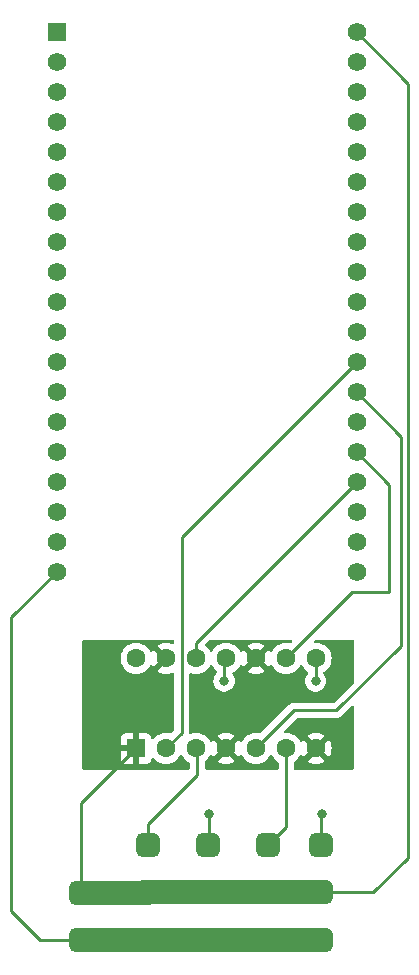
<source format=gbr>
%TF.GenerationSoftware,KiCad,Pcbnew,6.0.0-d3dd2cf0fa~116~ubuntu20.04.1*%
%TF.CreationDate,2022-12-05T21:16:52-06:00*%
%TF.ProjectId,esp32-led-driver-2,65737033-322d-46c6-9564-2d6472697665,rev?*%
%TF.SameCoordinates,Original*%
%TF.FileFunction,Copper,L1,Top*%
%TF.FilePolarity,Positive*%
%FSLAX46Y46*%
G04 Gerber Fmt 4.6, Leading zero omitted, Abs format (unit mm)*
G04 Created by KiCad (PCBNEW 6.0.0-d3dd2cf0fa~116~ubuntu20.04.1) date 2022-12-05 21:16:52*
%MOMM*%
%LPD*%
G01*
G04 APERTURE LIST*
G04 Aperture macros list*
%AMRoundRect*
0 Rectangle with rounded corners*
0 $1 Rounding radius*
0 $2 $3 $4 $5 $6 $7 $8 $9 X,Y pos of 4 corners*
0 Add a 4 corners polygon primitive as box body*
4,1,4,$2,$3,$4,$5,$6,$7,$8,$9,$2,$3,0*
0 Add four circle primitives for the rounded corners*
1,1,$1+$1,$2,$3*
1,1,$1+$1,$4,$5*
1,1,$1+$1,$6,$7*
1,1,$1+$1,$8,$9*
0 Add four rect primitives between the rounded corners*
20,1,$1+$1,$2,$3,$4,$5,0*
20,1,$1+$1,$4,$5,$6,$7,0*
20,1,$1+$1,$6,$7,$8,$9,0*
20,1,$1+$1,$8,$9,$2,$3,0*%
G04 Aperture macros list end*
%TA.AperFunction,ComponentPad*%
%ADD10C,1.560000*%
%TD*%
%TA.AperFunction,ComponentPad*%
%ADD11R,1.560000X1.560000*%
%TD*%
%TA.AperFunction,ComponentPad*%
%ADD12R,1.600000X1.600000*%
%TD*%
%TA.AperFunction,ComponentPad*%
%ADD13C,1.600000*%
%TD*%
%TA.AperFunction,SMDPad,CuDef*%
%ADD14RoundRect,0.500000X0.500000X-0.500000X0.500000X0.500000X-0.500000X0.500000X-0.500000X-0.500000X0*%
%TD*%
%TA.AperFunction,SMDPad,CuDef*%
%ADD15RoundRect,0.500000X-0.500000X0.500000X-0.500000X-0.500000X0.500000X-0.500000X0.500000X0.500000X0*%
%TD*%
%TA.AperFunction,ViaPad*%
%ADD16C,0.800000*%
%TD*%
%TA.AperFunction,Conductor*%
%ADD17C,0.250000*%
%TD*%
%TA.AperFunction,Conductor*%
%ADD18C,2.000000*%
%TD*%
G04 APERTURE END LIST*
D10*
%TO.P,ESP32 Dev Board,38,CLK*%
%TO.N,unconnected-(U1-Pad38)*%
X77216000Y-119305000D03*
%TO.P,ESP32 Dev Board,37,SD0*%
%TO.N,unconnected-(U1-Pad37)*%
X77216000Y-116765000D03*
%TO.P,ESP32 Dev Board,36,SD1*%
%TO.N,unconnected-(U1-Pad36)*%
X77216000Y-114225000D03*
%TO.P,ESP32 Dev Board,35,IO15*%
%TO.N,/IO15*%
X77216000Y-111685000D03*
%TO.P,ESP32 Dev Board,34,IO2*%
%TO.N,/IO2*%
X77216000Y-109145000D03*
%TO.P,ESP32 Dev Board,33,IO0*%
%TO.N,unconnected-(U1-Pad33)*%
X77216000Y-106605000D03*
%TO.P,ESP32 Dev Board,32,IO4*%
%TO.N,/IO4*%
X77216000Y-104065000D03*
%TO.P,ESP32 Dev Board,31,IO16*%
%TO.N,/IO16*%
X77216000Y-101525000D03*
%TO.P,ESP32 Dev Board,30,IO17*%
%TO.N,unconnected-(U1-Pad30)*%
X77216000Y-98985000D03*
%TO.P,ESP32 Dev Board,29,IO5*%
%TO.N,unconnected-(U1-Pad29)*%
X77216000Y-96445000D03*
%TO.P,ESP32 Dev Board,28,IO18*%
%TO.N,unconnected-(U1-Pad28)*%
X77216000Y-93905000D03*
%TO.P,ESP32 Dev Board,27,IO19*%
%TO.N,unconnected-(U1-Pad27)*%
X77216000Y-91365000D03*
%TO.P,ESP32 Dev Board,26,GND2*%
%TO.N,unconnected-(U1-Pad26)*%
X77216000Y-88825000D03*
%TO.P,ESP32 Dev Board,25,IO21*%
%TO.N,unconnected-(U1-Pad25)*%
X77216000Y-86285000D03*
%TO.P,ESP32 Dev Board,24,RXD0*%
%TO.N,unconnected-(U1-Pad24)*%
X77216000Y-83745000D03*
%TO.P,ESP32 Dev Board,23,TXD0*%
%TO.N,unconnected-(U1-Pad23)*%
X77216000Y-81205000D03*
%TO.P,ESP32 Dev Board,22,IO22*%
%TO.N,unconnected-(U1-Pad22)*%
X77216000Y-78665000D03*
%TO.P,ESP32 Dev Board,21,IO23*%
%TO.N,unconnected-(U1-Pad21)*%
X77216000Y-76125000D03*
%TO.P,ESP32 Dev Board,20,GND3*%
%TO.N,GND*%
X77216000Y-73585000D03*
%TO.P,ESP32 Dev Board,19,EXT_5V*%
%TO.N,VCC*%
X51816000Y-119305000D03*
%TO.P,ESP32 Dev Board,18,CMD*%
%TO.N,unconnected-(U1-Pad18)*%
X51816000Y-116765000D03*
%TO.P,ESP32 Dev Board,17,SD3*%
%TO.N,unconnected-(U1-Pad17)*%
X51816000Y-114225000D03*
%TO.P,ESP32 Dev Board,16,SD2*%
%TO.N,unconnected-(U1-Pad16)*%
X51816000Y-111685000D03*
%TO.P,ESP32 Dev Board,15,IO13*%
%TO.N,unconnected-(U1-Pad15)*%
X51816000Y-109145000D03*
%TO.P,ESP32 Dev Board,14,GND1*%
%TO.N,unconnected-(U1-Pad14)*%
X51816000Y-106605000D03*
%TO.P,ESP32 Dev Board,13,IO12*%
%TO.N,unconnected-(U1-Pad13)*%
X51816000Y-104065000D03*
%TO.P,ESP32 Dev Board,12,IO14*%
%TO.N,unconnected-(U1-Pad12)*%
X51816000Y-101525000D03*
%TO.P,ESP32 Dev Board,11,IO27*%
%TO.N,unconnected-(U1-Pad11)*%
X51816000Y-98985000D03*
%TO.P,ESP32 Dev Board,10,IO26*%
%TO.N,unconnected-(U1-Pad10)*%
X51816000Y-96445000D03*
%TO.P,ESP32 Dev Board,9,IO25*%
%TO.N,unconnected-(U1-Pad9)*%
X51816000Y-93905000D03*
%TO.P,ESP32 Dev Board,8,IO33*%
%TO.N,unconnected-(U1-Pad8)*%
X51816000Y-91365000D03*
%TO.P,ESP32 Dev Board,7,IO32*%
%TO.N,unconnected-(U1-Pad7)*%
X51816000Y-88825000D03*
%TO.P,ESP32 Dev Board,6,IO35*%
%TO.N,unconnected-(U1-Pad6)*%
X51816000Y-86285000D03*
%TO.P,ESP32 Dev Board,5,IO34*%
%TO.N,unconnected-(U1-Pad5)*%
X51816000Y-83745000D03*
%TO.P,ESP32 Dev Board,4,SENSOR_VN*%
%TO.N,unconnected-(U1-Pad4)*%
X51816000Y-81205000D03*
%TO.P,ESP32 Dev Board,3,SENSOR_VP*%
%TO.N,unconnected-(U1-Pad3)*%
X51816000Y-78665000D03*
%TO.P,ESP32 Dev Board,2,EN*%
%TO.N,unconnected-(U1-Pad2)*%
X51816000Y-76125000D03*
D11*
%TO.P,ESP32 Dev Board,1,3V3*%
%TO.N,unconnected-(U1-Pad1)*%
X51816000Y-73585000D03*
%TD*%
D12*
%TO.P,U2,1,1~{OE}*%
%TO.N,GND*%
X58550000Y-134210000D03*
D13*
%TO.P,U2,2,1A*%
%TO.N,/IO16*%
X61090000Y-134210000D03*
%TO.P,U2,3,1Y*%
%TO.N,/IO16_5v5*%
X63630000Y-134210000D03*
%TO.P,U2,4,2~{OE}*%
%TO.N,GND*%
X66170000Y-134210000D03*
%TO.P,U2,5,2A*%
%TO.N,/IO4*%
X68710000Y-134210000D03*
%TO.P,U2,6,2Y*%
%TO.N,/IO4_5v5*%
X71250000Y-134210000D03*
%TO.P,U2,7,GND*%
%TO.N,GND*%
X73790000Y-134210000D03*
%TO.P,U2,8,3Y*%
%TO.N,/IO2_5v5*%
X73790000Y-126590000D03*
%TO.P,U2,9,3A*%
%TO.N,/IO2*%
X71250000Y-126590000D03*
%TO.P,U2,10,3~{OE}*%
%TO.N,GND*%
X68710000Y-126590000D03*
%TO.P,U2,11,4Y*%
%TO.N,/IO15_5v5*%
X66170000Y-126590000D03*
%TO.P,U2,12,4A*%
%TO.N,/IO15*%
X63630000Y-126590000D03*
%TO.P,U2,13,4~{OE}*%
%TO.N,GND*%
X61090000Y-126590000D03*
%TO.P,U2,14,VCC*%
%TO.N,VCC*%
X58550000Y-126590000D03*
%TD*%
D14*
%TO.P,J5,3,Pin_3*%
%TO.N,/IO16_5v5*%
X59600000Y-142400000D03*
%TO.P,J5,2,Pin_2*%
%TO.N,GND*%
X59600000Y-146400000D03*
%TO.P,J5,1,Pin_1*%
%TO.N,VCC*%
X59600000Y-150400000D03*
%TD*%
%TO.P,J4,1,Pin_1*%
%TO.N,VCC*%
X69700000Y-150400000D03*
%TO.P,J4,2,Pin_2*%
%TO.N,GND*%
X69700000Y-146400000D03*
%TO.P,J4,3,Pin_3*%
%TO.N,/IO4_5v5*%
X69700000Y-142400000D03*
%TD*%
%TO.P,J3,3,Pin_3*%
%TO.N,/IO2_5v5*%
X74200000Y-142400000D03*
%TO.P,J3,2,Pin_2*%
%TO.N,GND*%
X74200000Y-146400000D03*
%TO.P,J3,1,Pin_1*%
%TO.N,VCC*%
X74200000Y-150400000D03*
%TD*%
%TO.P,J2,1,Pin_1*%
%TO.N,VCC*%
X64600000Y-150400000D03*
%TO.P,J2,2,Pin_2*%
%TO.N,GND*%
X64600000Y-146400000D03*
%TO.P,J2,3,Pin_3*%
%TO.N,/IO15_5v5*%
X64600000Y-142400000D03*
%TD*%
D15*
%TO.P,POWER,2*%
%TO.N,VCC*%
X53900000Y-150430000D03*
%TO.P,POWER,1*%
%TO.N,GND*%
X53900000Y-146430000D03*
%TD*%
D16*
%TO.N,/IO15_5v5*%
X64750000Y-139750000D03*
%TO.N,/IO2_5v5*%
X74250000Y-139750000D03*
X73750000Y-128500000D03*
%TO.N,/IO15_5v5*%
X66000000Y-128500000D03*
%TD*%
D17*
%TO.N,GND*%
X77216000Y-73585000D02*
X81549519Y-77918519D01*
X81549519Y-77918519D02*
X81549519Y-143450481D01*
X81549519Y-143450481D02*
X78600000Y-146400000D01*
X78600000Y-146400000D02*
X74200000Y-146400000D01*
D18*
%TO.N,VCC*%
X53900000Y-150430000D02*
X59570000Y-150430000D01*
D17*
%TO.N,GND*%
X58550000Y-134210000D02*
X53900000Y-138860000D01*
X53900000Y-138860000D02*
X53900000Y-146430000D01*
%TO.N,/IO2_5v5*%
X74250000Y-139750000D02*
X74200000Y-139800000D01*
X74200000Y-139800000D02*
X74200000Y-142400000D01*
%TO.N,/IO15_5v5*%
X64750000Y-139750000D02*
X64750000Y-142250000D01*
X64750000Y-142250000D02*
X64600000Y-142400000D01*
%TO.N,/IO16_5v5*%
X63750000Y-136500000D02*
X59600000Y-140650000D01*
X59600000Y-140650000D02*
X59600000Y-142400000D01*
%TO.N,/IO4_5v5*%
X71250000Y-134210000D02*
X71250000Y-140850000D01*
X71250000Y-140850000D02*
X69700000Y-142400000D01*
%TO.N,/IO16_5v5*%
X63750000Y-136500000D02*
X63750000Y-134330000D01*
X63750000Y-134330000D02*
X63630000Y-134210000D01*
%TO.N,/IO2_5v5*%
X73750000Y-128500000D02*
X73750000Y-126630000D01*
X73750000Y-126630000D02*
X73790000Y-126590000D01*
%TO.N,/IO15_5v5*%
X66000000Y-128500000D02*
X66000000Y-126760000D01*
X66000000Y-126760000D02*
X66170000Y-126590000D01*
%TO.N,/IO4*%
X68710000Y-134210000D02*
X71920000Y-131000000D01*
X71920000Y-131000000D02*
X75500000Y-131000000D01*
X75500000Y-131000000D02*
X81000000Y-125500000D01*
X81000000Y-125500000D02*
X81000000Y-107849000D01*
X81000000Y-107849000D02*
X77216000Y-104065000D01*
%TO.N,/IO2*%
X80000000Y-111929000D02*
X80000000Y-121000000D01*
X77216000Y-109145000D02*
X80000000Y-111929000D01*
X80000000Y-121000000D02*
X76840000Y-121000000D01*
X76840000Y-121000000D02*
X71250000Y-126590000D01*
%TO.N,/IO15*%
X77216000Y-111685000D02*
X63630000Y-125271000D01*
X63630000Y-125271000D02*
X63630000Y-126590000D01*
%TO.N,/IO16*%
X77216000Y-101525000D02*
X62405489Y-116335511D01*
X62405489Y-116335511D02*
X62405489Y-132894511D01*
X62405489Y-132894511D02*
X61090000Y-134210000D01*
%TO.N,VCC*%
X48000000Y-123121000D02*
X48000000Y-148000000D01*
X51816000Y-119305000D02*
X48000000Y-123121000D01*
X48000000Y-148000000D02*
X50430000Y-150430000D01*
X50430000Y-150430000D02*
X53900000Y-150430000D01*
D18*
%TO.N,GND*%
X53900000Y-146430000D02*
X59570000Y-146430000D01*
D17*
X59570000Y-146430000D02*
X59600000Y-146400000D01*
%TO.N,VCC*%
X59570000Y-150430000D02*
X59600000Y-150400000D01*
D18*
X64600000Y-150400000D02*
X59600000Y-150400000D01*
X69700000Y-150400000D02*
X64600000Y-150400000D01*
X74200000Y-150400000D02*
X69700000Y-150400000D01*
%TO.N,GND*%
X69700000Y-146400000D02*
X74200000Y-146400000D01*
X64600000Y-146400000D02*
X69700000Y-146400000D01*
X59600000Y-146400000D02*
X64600000Y-146400000D01*
%TD*%
%TA.AperFunction,Conductor*%
%TO.N,GND*%
G36*
X71708027Y-125020002D02*
G01*
X71754520Y-125073658D01*
X71764624Y-125143932D01*
X71735130Y-125208512D01*
X71729001Y-125215095D01*
X71663248Y-125280848D01*
X71600936Y-125314874D01*
X71541541Y-125313459D01*
X71483409Y-125297882D01*
X71483398Y-125297880D01*
X71478087Y-125296457D01*
X71250000Y-125276502D01*
X71021913Y-125296457D01*
X71016600Y-125297881D01*
X71016598Y-125297881D01*
X70806067Y-125354293D01*
X70806065Y-125354294D01*
X70800757Y-125355716D01*
X70795776Y-125358039D01*
X70795775Y-125358039D01*
X70598238Y-125450151D01*
X70598233Y-125450154D01*
X70593251Y-125452477D01*
X70536080Y-125492509D01*
X70410211Y-125580643D01*
X70410208Y-125580645D01*
X70405700Y-125583802D01*
X70243802Y-125745700D01*
X70112477Y-125933251D01*
X70110154Y-125938233D01*
X70110151Y-125938238D01*
X70093919Y-125973049D01*
X70047002Y-126026334D01*
X69978725Y-126045795D01*
X69910765Y-126025253D01*
X69865529Y-125973049D01*
X69849414Y-125938489D01*
X69843931Y-125928994D01*
X69807491Y-125876952D01*
X69797012Y-125868576D01*
X69783566Y-125875644D01*
X69082022Y-126577188D01*
X69074408Y-126591132D01*
X69074539Y-126592965D01*
X69078790Y-126599580D01*
X69784287Y-127305077D01*
X69796062Y-127311507D01*
X69808077Y-127302211D01*
X69843931Y-127251006D01*
X69849414Y-127241511D01*
X69865529Y-127206951D01*
X69912446Y-127153666D01*
X69980723Y-127134205D01*
X70048683Y-127154747D01*
X70093919Y-127206951D01*
X70110151Y-127241762D01*
X70110154Y-127241767D01*
X70112477Y-127246749D01*
X70243802Y-127434300D01*
X70405700Y-127596198D01*
X70410208Y-127599355D01*
X70410211Y-127599357D01*
X70484198Y-127651163D01*
X70593251Y-127727523D01*
X70598233Y-127729846D01*
X70598238Y-127729849D01*
X70794765Y-127821490D01*
X70800757Y-127824284D01*
X70806065Y-127825706D01*
X70806067Y-127825707D01*
X71016598Y-127882119D01*
X71016600Y-127882119D01*
X71021913Y-127883543D01*
X71250000Y-127903498D01*
X71478087Y-127883543D01*
X71483400Y-127882119D01*
X71483402Y-127882119D01*
X71693933Y-127825707D01*
X71693935Y-127825706D01*
X71699243Y-127824284D01*
X71705235Y-127821490D01*
X71901762Y-127729849D01*
X71901767Y-127729846D01*
X71906749Y-127727523D01*
X72015802Y-127651163D01*
X72089789Y-127599357D01*
X72089792Y-127599355D01*
X72094300Y-127596198D01*
X72256198Y-127434300D01*
X72387523Y-127246749D01*
X72389846Y-127241767D01*
X72389849Y-127241762D01*
X72405805Y-127207543D01*
X72452722Y-127154258D01*
X72520999Y-127134797D01*
X72588959Y-127155339D01*
X72634195Y-127207543D01*
X72650151Y-127241762D01*
X72650154Y-127241767D01*
X72652477Y-127246749D01*
X72783802Y-127434300D01*
X72945700Y-127596198D01*
X72950208Y-127599355D01*
X72950211Y-127599357D01*
X73004457Y-127637341D01*
X73062772Y-127678173D01*
X73107099Y-127733629D01*
X73116500Y-127781385D01*
X73116500Y-127797476D01*
X73096498Y-127865597D01*
X73084142Y-127881779D01*
X73010960Y-127963056D01*
X72915473Y-128128444D01*
X72856458Y-128310072D01*
X72836496Y-128500000D01*
X72837186Y-128506565D01*
X72851316Y-128641000D01*
X72856458Y-128689928D01*
X72915473Y-128871556D01*
X73010960Y-129036944D01*
X73138747Y-129178866D01*
X73293248Y-129291118D01*
X73299276Y-129293802D01*
X73299278Y-129293803D01*
X73461681Y-129366109D01*
X73467712Y-129368794D01*
X73561113Y-129388647D01*
X73648056Y-129407128D01*
X73648061Y-129407128D01*
X73654513Y-129408500D01*
X73845487Y-129408500D01*
X73851939Y-129407128D01*
X73851944Y-129407128D01*
X73938887Y-129388647D01*
X74032288Y-129368794D01*
X74038319Y-129366109D01*
X74200722Y-129293803D01*
X74200724Y-129293802D01*
X74206752Y-129291118D01*
X74361253Y-129178866D01*
X74489040Y-129036944D01*
X74584527Y-128871556D01*
X74643542Y-128689928D01*
X74648685Y-128641000D01*
X74662814Y-128506565D01*
X74663504Y-128500000D01*
X74643542Y-128310072D01*
X74584527Y-128128444D01*
X74489040Y-127963056D01*
X74437912Y-127906272D01*
X74407195Y-127842265D01*
X74415960Y-127771812D01*
X74459278Y-127718750D01*
X74629789Y-127599357D01*
X74629792Y-127599355D01*
X74634300Y-127596198D01*
X74796198Y-127434300D01*
X74927523Y-127246749D01*
X74929846Y-127241767D01*
X74929849Y-127241762D01*
X75021961Y-127044225D01*
X75021961Y-127044224D01*
X75024284Y-127039243D01*
X75044976Y-126962022D01*
X75082119Y-126823402D01*
X75082119Y-126823400D01*
X75083543Y-126818087D01*
X75103498Y-126590000D01*
X75083543Y-126361913D01*
X75046981Y-126225461D01*
X75025707Y-126146067D01*
X75025706Y-126146065D01*
X75024284Y-126140757D01*
X74929966Y-125938489D01*
X74929849Y-125938238D01*
X74929846Y-125938233D01*
X74927523Y-125933251D01*
X74796198Y-125745700D01*
X74634300Y-125583802D01*
X74629792Y-125580645D01*
X74629789Y-125580643D01*
X74503920Y-125492509D01*
X74446749Y-125452477D01*
X74441767Y-125450154D01*
X74441762Y-125450151D01*
X74244225Y-125358039D01*
X74244224Y-125358039D01*
X74239243Y-125355716D01*
X74233935Y-125354294D01*
X74233933Y-125354293D01*
X74023402Y-125297881D01*
X74023400Y-125297881D01*
X74018087Y-125296457D01*
X73790000Y-125276502D01*
X73784525Y-125276981D01*
X73784514Y-125276981D01*
X73772570Y-125278026D01*
X73702965Y-125264038D01*
X73651973Y-125214639D01*
X73635782Y-125145513D01*
X73659534Y-125078607D01*
X73672493Y-125063411D01*
X73698999Y-125036905D01*
X73761311Y-125002879D01*
X73788094Y-125000000D01*
X76874000Y-125000000D01*
X76942121Y-125020002D01*
X76988614Y-125073658D01*
X77000000Y-125126000D01*
X77000000Y-128551905D01*
X76979998Y-128620026D01*
X76963095Y-128641000D01*
X75274500Y-130329595D01*
X75212188Y-130363621D01*
X75185405Y-130366500D01*
X71998768Y-130366500D01*
X71987585Y-130365973D01*
X71980092Y-130364298D01*
X71972166Y-130364547D01*
X71972165Y-130364547D01*
X71912002Y-130366438D01*
X71908044Y-130366500D01*
X71880144Y-130366500D01*
X71876154Y-130367004D01*
X71864320Y-130367936D01*
X71820111Y-130369326D01*
X71812495Y-130371539D01*
X71812493Y-130371539D01*
X71800652Y-130374979D01*
X71781293Y-130378988D01*
X71779983Y-130379154D01*
X71761203Y-130381526D01*
X71753837Y-130384442D01*
X71753831Y-130384444D01*
X71720098Y-130397800D01*
X71708868Y-130401645D01*
X71674017Y-130411770D01*
X71666407Y-130413981D01*
X71659584Y-130418016D01*
X71648966Y-130424295D01*
X71631213Y-130432992D01*
X71623568Y-130436019D01*
X71612383Y-130440448D01*
X71605968Y-130445109D01*
X71576612Y-130466437D01*
X71566695Y-130472951D01*
X71528638Y-130495458D01*
X71514317Y-130509779D01*
X71499284Y-130522619D01*
X71482893Y-130534528D01*
X71477842Y-130540634D01*
X71454702Y-130568605D01*
X71446712Y-130577384D01*
X69123248Y-132900848D01*
X69060936Y-132934874D01*
X69001541Y-132933459D01*
X68943409Y-132917882D01*
X68943398Y-132917880D01*
X68938087Y-132916457D01*
X68710000Y-132896502D01*
X68481913Y-132916457D01*
X68476600Y-132917881D01*
X68476598Y-132917881D01*
X68266067Y-132974293D01*
X68266065Y-132974294D01*
X68260757Y-132975716D01*
X68255776Y-132978039D01*
X68255775Y-132978039D01*
X68058238Y-133070151D01*
X68058233Y-133070154D01*
X68053251Y-133072477D01*
X67996080Y-133112509D01*
X67870211Y-133200643D01*
X67870208Y-133200645D01*
X67865700Y-133203802D01*
X67703802Y-133365700D01*
X67700645Y-133370208D01*
X67700643Y-133370211D01*
X67645902Y-133448389D01*
X67572477Y-133553251D01*
X67570154Y-133558233D01*
X67570151Y-133558238D01*
X67553919Y-133593049D01*
X67507002Y-133646334D01*
X67438725Y-133665795D01*
X67370765Y-133645253D01*
X67325529Y-133593049D01*
X67309414Y-133558489D01*
X67303931Y-133548994D01*
X67267491Y-133496952D01*
X67257012Y-133488576D01*
X67243566Y-133495644D01*
X66542022Y-134197188D01*
X66534408Y-134211132D01*
X66534539Y-134212965D01*
X66538790Y-134219580D01*
X67244287Y-134925077D01*
X67256062Y-134931507D01*
X67268077Y-134922211D01*
X67303931Y-134871006D01*
X67309414Y-134861511D01*
X67325529Y-134826951D01*
X67372446Y-134773666D01*
X67440723Y-134754205D01*
X67508683Y-134774747D01*
X67553919Y-134826951D01*
X67570151Y-134861762D01*
X67570154Y-134861767D01*
X67572477Y-134866749D01*
X67575634Y-134871257D01*
X67699559Y-135048240D01*
X67703802Y-135054300D01*
X67865700Y-135216198D01*
X67870208Y-135219355D01*
X67870211Y-135219357D01*
X67902769Y-135242154D01*
X68053251Y-135347523D01*
X68058233Y-135349846D01*
X68058238Y-135349849D01*
X68224364Y-135427314D01*
X68260757Y-135444284D01*
X68266065Y-135445706D01*
X68266067Y-135445707D01*
X68476598Y-135502119D01*
X68476600Y-135502119D01*
X68481913Y-135503543D01*
X68710000Y-135523498D01*
X68938087Y-135503543D01*
X68943400Y-135502119D01*
X68943402Y-135502119D01*
X69153933Y-135445707D01*
X69153935Y-135445706D01*
X69159243Y-135444284D01*
X69195636Y-135427314D01*
X69361762Y-135349849D01*
X69361767Y-135349846D01*
X69366749Y-135347523D01*
X69517231Y-135242154D01*
X69549789Y-135219357D01*
X69549792Y-135219355D01*
X69554300Y-135216198D01*
X69716198Y-135054300D01*
X69720442Y-135048240D01*
X69844366Y-134871257D01*
X69847523Y-134866749D01*
X69849846Y-134861767D01*
X69849849Y-134861762D01*
X69865805Y-134827543D01*
X69912722Y-134774258D01*
X69980999Y-134754797D01*
X70048959Y-134775339D01*
X70094195Y-134827543D01*
X70110151Y-134861762D01*
X70110154Y-134861767D01*
X70112477Y-134866749D01*
X70115634Y-134871257D01*
X70239559Y-135048240D01*
X70243802Y-135054300D01*
X70405700Y-135216198D01*
X70410208Y-135219355D01*
X70410211Y-135219357D01*
X70562771Y-135326181D01*
X70607099Y-135381638D01*
X70616500Y-135429394D01*
X70616500Y-135874000D01*
X70596498Y-135942121D01*
X70542842Y-135988614D01*
X70490500Y-136000000D01*
X64509500Y-136000000D01*
X64441379Y-135979998D01*
X64394886Y-135926342D01*
X64383500Y-135874000D01*
X64383500Y-135345368D01*
X64397977Y-135296062D01*
X65448493Y-135296062D01*
X65457789Y-135308077D01*
X65508994Y-135343931D01*
X65518489Y-135349414D01*
X65715947Y-135441490D01*
X65726239Y-135445236D01*
X65936688Y-135501625D01*
X65947481Y-135503528D01*
X66164525Y-135522517D01*
X66175475Y-135522517D01*
X66392519Y-135503528D01*
X66403312Y-135501625D01*
X66613761Y-135445236D01*
X66624053Y-135441490D01*
X66821511Y-135349414D01*
X66831006Y-135343931D01*
X66883048Y-135307491D01*
X66891424Y-135297012D01*
X66884356Y-135283566D01*
X66182812Y-134582022D01*
X66168868Y-134574408D01*
X66167035Y-134574539D01*
X66160420Y-134578790D01*
X65454923Y-135284287D01*
X65448493Y-135296062D01*
X64397977Y-135296062D01*
X64403502Y-135277247D01*
X64437228Y-135242156D01*
X64474300Y-135216198D01*
X64636198Y-135054300D01*
X64640442Y-135048240D01*
X64764366Y-134871257D01*
X64767523Y-134866749D01*
X64769846Y-134861767D01*
X64769849Y-134861762D01*
X64786081Y-134826951D01*
X64832998Y-134773666D01*
X64901275Y-134754205D01*
X64969235Y-134774747D01*
X65014471Y-134826951D01*
X65030586Y-134861511D01*
X65036069Y-134871006D01*
X65072509Y-134923048D01*
X65082988Y-134931424D01*
X65096434Y-134924356D01*
X65797978Y-134222812D01*
X65805592Y-134208868D01*
X65805461Y-134207035D01*
X65801210Y-134200420D01*
X65095713Y-133494923D01*
X65083938Y-133488493D01*
X65071923Y-133497789D01*
X65036069Y-133548994D01*
X65030586Y-133558489D01*
X65014471Y-133593049D01*
X64967554Y-133646334D01*
X64899277Y-133665795D01*
X64831317Y-133645253D01*
X64786081Y-133593049D01*
X64769849Y-133558238D01*
X64769846Y-133558233D01*
X64767523Y-133553251D01*
X64694098Y-133448389D01*
X64639357Y-133370211D01*
X64639355Y-133370208D01*
X64636198Y-133365700D01*
X64474300Y-133203802D01*
X64469792Y-133200645D01*
X64469789Y-133200643D01*
X64358886Y-133122988D01*
X65448576Y-133122988D01*
X65455644Y-133136434D01*
X66157188Y-133837978D01*
X66171132Y-133845592D01*
X66172965Y-133845461D01*
X66179580Y-133841210D01*
X66885077Y-133135713D01*
X66891507Y-133123938D01*
X66882211Y-133111923D01*
X66831006Y-133076069D01*
X66821511Y-133070586D01*
X66624053Y-132978510D01*
X66613761Y-132974764D01*
X66403312Y-132918375D01*
X66392519Y-132916472D01*
X66175475Y-132897483D01*
X66164525Y-132897483D01*
X65947481Y-132916472D01*
X65936688Y-132918375D01*
X65726239Y-132974764D01*
X65715947Y-132978510D01*
X65518489Y-133070586D01*
X65508994Y-133076069D01*
X65456952Y-133112509D01*
X65448576Y-133122988D01*
X64358886Y-133122988D01*
X64343920Y-133112509D01*
X64286749Y-133072477D01*
X64281767Y-133070154D01*
X64281762Y-133070151D01*
X64084225Y-132978039D01*
X64084224Y-132978039D01*
X64079243Y-132975716D01*
X64073935Y-132974294D01*
X64073933Y-132974293D01*
X63863402Y-132917881D01*
X63863400Y-132917881D01*
X63858087Y-132916457D01*
X63630000Y-132896502D01*
X63401913Y-132916457D01*
X63396600Y-132917881D01*
X63396598Y-132917881D01*
X63197600Y-132971203D01*
X63126624Y-132969513D01*
X63067828Y-132929719D01*
X63039880Y-132864455D01*
X63038989Y-132849496D01*
X63038989Y-127950504D01*
X63058991Y-127882383D01*
X63112647Y-127835890D01*
X63182921Y-127825786D01*
X63197600Y-127828797D01*
X63396598Y-127882119D01*
X63396600Y-127882119D01*
X63401913Y-127883543D01*
X63630000Y-127903498D01*
X63858087Y-127883543D01*
X63863400Y-127882119D01*
X63863402Y-127882119D01*
X64073933Y-127825707D01*
X64073935Y-127825706D01*
X64079243Y-127824284D01*
X64085235Y-127821490D01*
X64281762Y-127729849D01*
X64281767Y-127729846D01*
X64286749Y-127727523D01*
X64395802Y-127651163D01*
X64469789Y-127599357D01*
X64469792Y-127599355D01*
X64474300Y-127596198D01*
X64636198Y-127434300D01*
X64767523Y-127246749D01*
X64769846Y-127241767D01*
X64769849Y-127241762D01*
X64785805Y-127207543D01*
X64832722Y-127154258D01*
X64900999Y-127134797D01*
X64968959Y-127155339D01*
X65014195Y-127207543D01*
X65030151Y-127241762D01*
X65030154Y-127241767D01*
X65032477Y-127246749D01*
X65163802Y-127434300D01*
X65325700Y-127596198D01*
X65324836Y-127597062D01*
X65360822Y-127651163D01*
X65366500Y-127688562D01*
X65366500Y-127797476D01*
X65346498Y-127865597D01*
X65334142Y-127881779D01*
X65260960Y-127963056D01*
X65165473Y-128128444D01*
X65106458Y-128310072D01*
X65086496Y-128500000D01*
X65087186Y-128506565D01*
X65101316Y-128641000D01*
X65106458Y-128689928D01*
X65165473Y-128871556D01*
X65260960Y-129036944D01*
X65388747Y-129178866D01*
X65543248Y-129291118D01*
X65549276Y-129293802D01*
X65549278Y-129293803D01*
X65711681Y-129366109D01*
X65717712Y-129368794D01*
X65811113Y-129388647D01*
X65898056Y-129407128D01*
X65898061Y-129407128D01*
X65904513Y-129408500D01*
X66095487Y-129408500D01*
X66101939Y-129407128D01*
X66101944Y-129407128D01*
X66188887Y-129388647D01*
X66282288Y-129368794D01*
X66288319Y-129366109D01*
X66450722Y-129293803D01*
X66450724Y-129293802D01*
X66456752Y-129291118D01*
X66611253Y-129178866D01*
X66739040Y-129036944D01*
X66834527Y-128871556D01*
X66893542Y-128689928D01*
X66898685Y-128641000D01*
X66912814Y-128506565D01*
X66913504Y-128500000D01*
X66893542Y-128310072D01*
X66834527Y-128128444D01*
X66739040Y-127963056D01*
X66729553Y-127952519D01*
X66698835Y-127888515D01*
X66707597Y-127818061D01*
X66753059Y-127763529D01*
X66769939Y-127754014D01*
X66821758Y-127729851D01*
X66821764Y-127729848D01*
X66826749Y-127727523D01*
X66900243Y-127676062D01*
X67988493Y-127676062D01*
X67997789Y-127688077D01*
X68048994Y-127723931D01*
X68058489Y-127729414D01*
X68255947Y-127821490D01*
X68266239Y-127825236D01*
X68476688Y-127881625D01*
X68487481Y-127883528D01*
X68704525Y-127902517D01*
X68715475Y-127902517D01*
X68932519Y-127883528D01*
X68943312Y-127881625D01*
X69153761Y-127825236D01*
X69164053Y-127821490D01*
X69361511Y-127729414D01*
X69371006Y-127723931D01*
X69423048Y-127687491D01*
X69431424Y-127677012D01*
X69424356Y-127663566D01*
X68722812Y-126962022D01*
X68708868Y-126954408D01*
X68707035Y-126954539D01*
X68700420Y-126958790D01*
X67994923Y-127664287D01*
X67988493Y-127676062D01*
X66900243Y-127676062D01*
X66935802Y-127651163D01*
X67009789Y-127599357D01*
X67009792Y-127599355D01*
X67014300Y-127596198D01*
X67176198Y-127434300D01*
X67307523Y-127246749D01*
X67309846Y-127241767D01*
X67309849Y-127241762D01*
X67326081Y-127206951D01*
X67372998Y-127153666D01*
X67441275Y-127134205D01*
X67509235Y-127154747D01*
X67554471Y-127206951D01*
X67570586Y-127241511D01*
X67576069Y-127251006D01*
X67612509Y-127303048D01*
X67622988Y-127311424D01*
X67636434Y-127304356D01*
X68337978Y-126602812D01*
X68345592Y-126588868D01*
X68345461Y-126587035D01*
X68341210Y-126580420D01*
X67635713Y-125874923D01*
X67623938Y-125868493D01*
X67611923Y-125877789D01*
X67576069Y-125928994D01*
X67570586Y-125938489D01*
X67554471Y-125973049D01*
X67507554Y-126026334D01*
X67439277Y-126045795D01*
X67371317Y-126025253D01*
X67326081Y-125973049D01*
X67309849Y-125938238D01*
X67309846Y-125938233D01*
X67307523Y-125933251D01*
X67176198Y-125745700D01*
X67014300Y-125583802D01*
X67009792Y-125580645D01*
X67009789Y-125580643D01*
X66898886Y-125502988D01*
X67988576Y-125502988D01*
X67995644Y-125516434D01*
X68697188Y-126217978D01*
X68711132Y-126225592D01*
X68712965Y-126225461D01*
X68719580Y-126221210D01*
X69425077Y-125515713D01*
X69431507Y-125503938D01*
X69422211Y-125491923D01*
X69371006Y-125456069D01*
X69361511Y-125450586D01*
X69164053Y-125358510D01*
X69153761Y-125354764D01*
X68943312Y-125298375D01*
X68932519Y-125296472D01*
X68715475Y-125277483D01*
X68704525Y-125277483D01*
X68487481Y-125296472D01*
X68476688Y-125298375D01*
X68266239Y-125354764D01*
X68255947Y-125358510D01*
X68058489Y-125450586D01*
X68048994Y-125456069D01*
X67996952Y-125492509D01*
X67988576Y-125502988D01*
X66898886Y-125502988D01*
X66883920Y-125492509D01*
X66826749Y-125452477D01*
X66821767Y-125450154D01*
X66821762Y-125450151D01*
X66624225Y-125358039D01*
X66624224Y-125358039D01*
X66619243Y-125355716D01*
X66613935Y-125354294D01*
X66613933Y-125354293D01*
X66403402Y-125297881D01*
X66403400Y-125297881D01*
X66398087Y-125296457D01*
X66170000Y-125276502D01*
X65941913Y-125296457D01*
X65936600Y-125297881D01*
X65936598Y-125297881D01*
X65726067Y-125354293D01*
X65726065Y-125354294D01*
X65720757Y-125355716D01*
X65715776Y-125358039D01*
X65715775Y-125358039D01*
X65518238Y-125450151D01*
X65518233Y-125450154D01*
X65513251Y-125452477D01*
X65456080Y-125492509D01*
X65330211Y-125580643D01*
X65330208Y-125580645D01*
X65325700Y-125583802D01*
X65163802Y-125745700D01*
X65032477Y-125933251D01*
X65030154Y-125938233D01*
X65030151Y-125938238D01*
X65014195Y-125972457D01*
X64967278Y-126025742D01*
X64899001Y-126045203D01*
X64831041Y-126024661D01*
X64785805Y-125972457D01*
X64769849Y-125938238D01*
X64769846Y-125938233D01*
X64767523Y-125933251D01*
X64636198Y-125745700D01*
X64474300Y-125583802D01*
X64469786Y-125580641D01*
X64443676Y-125562358D01*
X64399348Y-125506901D01*
X64392040Y-125436281D01*
X64426853Y-125370051D01*
X64759999Y-125036905D01*
X64822311Y-125002879D01*
X64849094Y-125000000D01*
X71639906Y-125000000D01*
X71708027Y-125020002D01*
G37*
%TD.AperFunction*%
%TA.AperFunction,Conductor*%
G36*
X76918032Y-130582038D02*
G01*
X76974868Y-130624585D01*
X76999679Y-130691105D01*
X77000000Y-130700094D01*
X77000000Y-135874000D01*
X76979998Y-135942121D01*
X76926342Y-135988614D01*
X76874000Y-136000000D01*
X72009500Y-136000000D01*
X71941379Y-135979998D01*
X71894886Y-135926342D01*
X71883500Y-135874000D01*
X71883500Y-135429394D01*
X71903502Y-135361273D01*
X71937229Y-135326181D01*
X71980243Y-135296062D01*
X73068493Y-135296062D01*
X73077789Y-135308077D01*
X73128994Y-135343931D01*
X73138489Y-135349414D01*
X73335947Y-135441490D01*
X73346239Y-135445236D01*
X73556688Y-135501625D01*
X73567481Y-135503528D01*
X73784525Y-135522517D01*
X73795475Y-135522517D01*
X74012519Y-135503528D01*
X74023312Y-135501625D01*
X74233761Y-135445236D01*
X74244053Y-135441490D01*
X74441511Y-135349414D01*
X74451006Y-135343931D01*
X74503048Y-135307491D01*
X74511424Y-135297012D01*
X74504356Y-135283566D01*
X73802812Y-134582022D01*
X73788868Y-134574408D01*
X73787035Y-134574539D01*
X73780420Y-134578790D01*
X73074923Y-135284287D01*
X73068493Y-135296062D01*
X71980243Y-135296062D01*
X72089789Y-135219357D01*
X72089792Y-135219355D01*
X72094300Y-135216198D01*
X72256198Y-135054300D01*
X72260442Y-135048240D01*
X72384366Y-134871257D01*
X72387523Y-134866749D01*
X72389846Y-134861767D01*
X72389849Y-134861762D01*
X72406081Y-134826951D01*
X72452998Y-134773666D01*
X72521275Y-134754205D01*
X72589235Y-134774747D01*
X72634471Y-134826951D01*
X72650586Y-134861511D01*
X72656069Y-134871006D01*
X72692509Y-134923048D01*
X72702988Y-134931424D01*
X72716434Y-134924356D01*
X73417978Y-134222812D01*
X73424356Y-134211132D01*
X74154408Y-134211132D01*
X74154539Y-134212965D01*
X74158790Y-134219580D01*
X74864287Y-134925077D01*
X74876062Y-134931507D01*
X74888077Y-134922211D01*
X74923931Y-134871006D01*
X74929414Y-134861511D01*
X75021490Y-134664053D01*
X75025236Y-134653761D01*
X75081625Y-134443312D01*
X75083528Y-134432519D01*
X75102517Y-134215475D01*
X75102517Y-134204525D01*
X75083528Y-133987481D01*
X75081625Y-133976688D01*
X75025236Y-133766239D01*
X75021490Y-133755947D01*
X74929414Y-133558489D01*
X74923931Y-133548994D01*
X74887491Y-133496952D01*
X74877012Y-133488576D01*
X74863566Y-133495644D01*
X74162022Y-134197188D01*
X74154408Y-134211132D01*
X73424356Y-134211132D01*
X73425592Y-134208868D01*
X73425461Y-134207035D01*
X73421210Y-134200420D01*
X72715713Y-133494923D01*
X72703938Y-133488493D01*
X72691923Y-133497789D01*
X72656069Y-133548994D01*
X72650586Y-133558489D01*
X72634471Y-133593049D01*
X72587554Y-133646334D01*
X72519277Y-133665795D01*
X72451317Y-133645253D01*
X72406081Y-133593049D01*
X72389849Y-133558238D01*
X72389846Y-133558233D01*
X72387523Y-133553251D01*
X72314098Y-133448389D01*
X72259357Y-133370211D01*
X72259355Y-133370208D01*
X72256198Y-133365700D01*
X72094300Y-133203802D01*
X72089792Y-133200645D01*
X72089789Y-133200643D01*
X71978886Y-133122988D01*
X73068576Y-133122988D01*
X73075644Y-133136434D01*
X73777188Y-133837978D01*
X73791132Y-133845592D01*
X73792965Y-133845461D01*
X73799580Y-133841210D01*
X74505077Y-133135713D01*
X74511507Y-133123938D01*
X74502211Y-133111923D01*
X74451006Y-133076069D01*
X74441511Y-133070586D01*
X74244053Y-132978510D01*
X74233761Y-132974764D01*
X74023312Y-132918375D01*
X74012519Y-132916472D01*
X73795475Y-132897483D01*
X73784525Y-132897483D01*
X73567481Y-132916472D01*
X73556688Y-132918375D01*
X73346239Y-132974764D01*
X73335947Y-132978510D01*
X73138489Y-133070586D01*
X73128994Y-133076069D01*
X73076952Y-133112509D01*
X73068576Y-133122988D01*
X71978886Y-133122988D01*
X71963920Y-133112509D01*
X71906749Y-133072477D01*
X71901767Y-133070154D01*
X71901762Y-133070151D01*
X71704225Y-132978039D01*
X71704224Y-132978039D01*
X71699243Y-132975716D01*
X71693935Y-132974294D01*
X71693933Y-132974293D01*
X71483402Y-132917881D01*
X71483400Y-132917881D01*
X71478087Y-132916457D01*
X71250000Y-132896502D01*
X71244525Y-132896981D01*
X71244514Y-132896981D01*
X71232570Y-132898026D01*
X71162965Y-132884038D01*
X71111973Y-132834639D01*
X71095782Y-132765513D01*
X71119534Y-132698607D01*
X71132493Y-132683411D01*
X72145499Y-131670405D01*
X72207811Y-131636379D01*
X72234594Y-131633500D01*
X75421233Y-131633500D01*
X75432416Y-131634027D01*
X75439909Y-131635702D01*
X75447835Y-131635453D01*
X75447836Y-131635453D01*
X75507986Y-131633562D01*
X75511945Y-131633500D01*
X75539856Y-131633500D01*
X75543791Y-131633003D01*
X75543856Y-131632995D01*
X75555693Y-131632062D01*
X75587951Y-131631048D01*
X75591970Y-131630922D01*
X75599889Y-131630673D01*
X75619343Y-131625021D01*
X75638700Y-131621013D01*
X75650930Y-131619468D01*
X75650931Y-131619468D01*
X75658797Y-131618474D01*
X75666168Y-131615555D01*
X75666170Y-131615555D01*
X75699912Y-131602196D01*
X75711142Y-131598351D01*
X75745983Y-131588229D01*
X75745984Y-131588229D01*
X75753593Y-131586018D01*
X75760412Y-131581985D01*
X75760417Y-131581983D01*
X75771028Y-131575707D01*
X75788776Y-131567012D01*
X75807617Y-131559552D01*
X75843387Y-131533564D01*
X75853307Y-131527048D01*
X75884535Y-131508580D01*
X75884538Y-131508578D01*
X75891362Y-131504542D01*
X75905683Y-131490221D01*
X75920717Y-131477380D01*
X75930694Y-131470131D01*
X75937107Y-131465472D01*
X75965298Y-131431395D01*
X75973288Y-131422616D01*
X76784905Y-130610999D01*
X76847217Y-130576973D01*
X76918032Y-130582038D01*
G37*
%TD.AperFunction*%
%TA.AperFunction,Conductor*%
G36*
X61714110Y-125020002D02*
G01*
X61760603Y-125073658D01*
X61771989Y-125126000D01*
X61771989Y-125267018D01*
X61751987Y-125335139D01*
X61698331Y-125381632D01*
X61628057Y-125391736D01*
X61592739Y-125381213D01*
X61544053Y-125358510D01*
X61533761Y-125354764D01*
X61323312Y-125298375D01*
X61312519Y-125296472D01*
X61095475Y-125277483D01*
X61084525Y-125277483D01*
X60867481Y-125296472D01*
X60856688Y-125298375D01*
X60646239Y-125354764D01*
X60635947Y-125358510D01*
X60438489Y-125450586D01*
X60428994Y-125456069D01*
X60376952Y-125492509D01*
X60368576Y-125502988D01*
X60375644Y-125516434D01*
X61360115Y-126500905D01*
X61394141Y-126563217D01*
X61389076Y-126634032D01*
X61360115Y-126679095D01*
X60374923Y-127664287D01*
X60368493Y-127676062D01*
X60377789Y-127688077D01*
X60428994Y-127723931D01*
X60438489Y-127729414D01*
X60635947Y-127821490D01*
X60646239Y-127825236D01*
X60856688Y-127881625D01*
X60867481Y-127883528D01*
X61084525Y-127902517D01*
X61095475Y-127902517D01*
X61312519Y-127883528D01*
X61323312Y-127881625D01*
X61533761Y-127825236D01*
X61544053Y-127821490D01*
X61592739Y-127798787D01*
X61662930Y-127788126D01*
X61727743Y-127817106D01*
X61766600Y-127876525D01*
X61771989Y-127912982D01*
X61771989Y-132579916D01*
X61751987Y-132648037D01*
X61735084Y-132669011D01*
X61503247Y-132900848D01*
X61440935Y-132934874D01*
X61381542Y-132933460D01*
X61318087Y-132916457D01*
X61090000Y-132896502D01*
X60861913Y-132916457D01*
X60856600Y-132917881D01*
X60856598Y-132917881D01*
X60646067Y-132974293D01*
X60646065Y-132974294D01*
X60640757Y-132975716D01*
X60635776Y-132978039D01*
X60635775Y-132978039D01*
X60438238Y-133070151D01*
X60438233Y-133070154D01*
X60433251Y-133072477D01*
X60376080Y-133112509D01*
X60250211Y-133200643D01*
X60250208Y-133200645D01*
X60245700Y-133203802D01*
X60083802Y-133365700D01*
X60080643Y-133370211D01*
X60077108Y-133374424D01*
X60076140Y-133373612D01*
X60025506Y-133414090D01*
X59954887Y-133421404D01*
X59891524Y-133389376D01*
X59855536Y-133328177D01*
X59852480Y-133311099D01*
X59852105Y-133307648D01*
X59848479Y-133292396D01*
X59803324Y-133171946D01*
X59794786Y-133156351D01*
X59718285Y-133054276D01*
X59705724Y-133041715D01*
X59603649Y-132965214D01*
X59588054Y-132956676D01*
X59467606Y-132911522D01*
X59452351Y-132907895D01*
X59401486Y-132902369D01*
X59394672Y-132902000D01*
X58822115Y-132902000D01*
X58806876Y-132906475D01*
X58805671Y-132907865D01*
X58804000Y-132915548D01*
X58804000Y-135499884D01*
X58808475Y-135515123D01*
X58809865Y-135516328D01*
X58817548Y-135517999D01*
X59394669Y-135517999D01*
X59401490Y-135517629D01*
X59452352Y-135512105D01*
X59467604Y-135508479D01*
X59588054Y-135463324D01*
X59603649Y-135454786D01*
X59705724Y-135378285D01*
X59718285Y-135365724D01*
X59794786Y-135263649D01*
X59803324Y-135248054D01*
X59848478Y-135127606D01*
X59852104Y-135112357D01*
X59852479Y-135108904D01*
X59853522Y-135106394D01*
X59853932Y-135104669D01*
X59854211Y-135104735D01*
X59879719Y-135043341D01*
X59938080Y-135002912D01*
X60009034Y-135000454D01*
X60070054Y-135036747D01*
X60079344Y-135048240D01*
X60080641Y-135049786D01*
X60083802Y-135054300D01*
X60245700Y-135216198D01*
X60250208Y-135219355D01*
X60250211Y-135219357D01*
X60282769Y-135242154D01*
X60433251Y-135347523D01*
X60438233Y-135349846D01*
X60438238Y-135349849D01*
X60604364Y-135427314D01*
X60640757Y-135444284D01*
X60646065Y-135445706D01*
X60646067Y-135445707D01*
X60856598Y-135502119D01*
X60856600Y-135502119D01*
X60861913Y-135503543D01*
X61090000Y-135523498D01*
X61318087Y-135503543D01*
X61323400Y-135502119D01*
X61323402Y-135502119D01*
X61533933Y-135445707D01*
X61533935Y-135445706D01*
X61539243Y-135444284D01*
X61575636Y-135427314D01*
X61741762Y-135349849D01*
X61741767Y-135349846D01*
X61746749Y-135347523D01*
X61897231Y-135242154D01*
X61929789Y-135219357D01*
X61929792Y-135219355D01*
X61934300Y-135216198D01*
X62096198Y-135054300D01*
X62100442Y-135048240D01*
X62224366Y-134871257D01*
X62227523Y-134866749D01*
X62229846Y-134861767D01*
X62229849Y-134861762D01*
X62245805Y-134827543D01*
X62292722Y-134774258D01*
X62360999Y-134754797D01*
X62428959Y-134775339D01*
X62474195Y-134827543D01*
X62490151Y-134861762D01*
X62490154Y-134861767D01*
X62492477Y-134866749D01*
X62495634Y-134871257D01*
X62619559Y-135048240D01*
X62623802Y-135054300D01*
X62785700Y-135216198D01*
X62790208Y-135219355D01*
X62790211Y-135219357D01*
X62822769Y-135242154D01*
X62973251Y-135347523D01*
X62978233Y-135349846D01*
X62978238Y-135349849D01*
X63012283Y-135365724D01*
X63039221Y-135378285D01*
X63043750Y-135380397D01*
X63097035Y-135427314D01*
X63116500Y-135494592D01*
X63116500Y-135874000D01*
X63096498Y-135942121D01*
X63042842Y-135988614D01*
X62990500Y-136000000D01*
X54126000Y-136000000D01*
X54057879Y-135979998D01*
X54011386Y-135926342D01*
X54000000Y-135874000D01*
X54000000Y-135054669D01*
X57242001Y-135054669D01*
X57242371Y-135061490D01*
X57247895Y-135112352D01*
X57251521Y-135127604D01*
X57296676Y-135248054D01*
X57305214Y-135263649D01*
X57381715Y-135365724D01*
X57394276Y-135378285D01*
X57496351Y-135454786D01*
X57511946Y-135463324D01*
X57632394Y-135508478D01*
X57647649Y-135512105D01*
X57698514Y-135517631D01*
X57705328Y-135518000D01*
X58277885Y-135518000D01*
X58293124Y-135513525D01*
X58294329Y-135512135D01*
X58296000Y-135504452D01*
X58296000Y-134482115D01*
X58291525Y-134466876D01*
X58290135Y-134465671D01*
X58282452Y-134464000D01*
X57260116Y-134464000D01*
X57244877Y-134468475D01*
X57243672Y-134469865D01*
X57242001Y-134477548D01*
X57242001Y-135054669D01*
X54000000Y-135054669D01*
X54000000Y-133937885D01*
X57242000Y-133937885D01*
X57246475Y-133953124D01*
X57247865Y-133954329D01*
X57255548Y-133956000D01*
X58277885Y-133956000D01*
X58293124Y-133951525D01*
X58294329Y-133950135D01*
X58296000Y-133942452D01*
X58296000Y-132920116D01*
X58291525Y-132904877D01*
X58290135Y-132903672D01*
X58282452Y-132902001D01*
X57705331Y-132902001D01*
X57698510Y-132902371D01*
X57647648Y-132907895D01*
X57632396Y-132911521D01*
X57511946Y-132956676D01*
X57496351Y-132965214D01*
X57394276Y-133041715D01*
X57381715Y-133054276D01*
X57305214Y-133156351D01*
X57296676Y-133171946D01*
X57251522Y-133292394D01*
X57247895Y-133307649D01*
X57242369Y-133358514D01*
X57242000Y-133365328D01*
X57242000Y-133937885D01*
X54000000Y-133937885D01*
X54000000Y-126590000D01*
X57236502Y-126590000D01*
X57256457Y-126818087D01*
X57257881Y-126823400D01*
X57257881Y-126823402D01*
X57295025Y-126962022D01*
X57315716Y-127039243D01*
X57318039Y-127044224D01*
X57318039Y-127044225D01*
X57410151Y-127241762D01*
X57410154Y-127241767D01*
X57412477Y-127246749D01*
X57543802Y-127434300D01*
X57705700Y-127596198D01*
X57710208Y-127599355D01*
X57710211Y-127599357D01*
X57784198Y-127651163D01*
X57893251Y-127727523D01*
X57898233Y-127729846D01*
X57898238Y-127729849D01*
X58094765Y-127821490D01*
X58100757Y-127824284D01*
X58106065Y-127825706D01*
X58106067Y-127825707D01*
X58316598Y-127882119D01*
X58316600Y-127882119D01*
X58321913Y-127883543D01*
X58550000Y-127903498D01*
X58778087Y-127883543D01*
X58783400Y-127882119D01*
X58783402Y-127882119D01*
X58993933Y-127825707D01*
X58993935Y-127825706D01*
X58999243Y-127824284D01*
X59005235Y-127821490D01*
X59201762Y-127729849D01*
X59201767Y-127729846D01*
X59206749Y-127727523D01*
X59315802Y-127651163D01*
X59389789Y-127599357D01*
X59389792Y-127599355D01*
X59394300Y-127596198D01*
X59556198Y-127434300D01*
X59687523Y-127246749D01*
X59689846Y-127241767D01*
X59689849Y-127241762D01*
X59706081Y-127206951D01*
X59752998Y-127153666D01*
X59821275Y-127134205D01*
X59889235Y-127154747D01*
X59934471Y-127206951D01*
X59950586Y-127241511D01*
X59956069Y-127251006D01*
X59992509Y-127303048D01*
X60002988Y-127311424D01*
X60016434Y-127304356D01*
X60717978Y-126602812D01*
X60725592Y-126588868D01*
X60725461Y-126587035D01*
X60721210Y-126580420D01*
X60015713Y-125874923D01*
X60003938Y-125868493D01*
X59991923Y-125877789D01*
X59956069Y-125928994D01*
X59950586Y-125938489D01*
X59934471Y-125973049D01*
X59887554Y-126026334D01*
X59819277Y-126045795D01*
X59751317Y-126025253D01*
X59706081Y-125973049D01*
X59689849Y-125938238D01*
X59689846Y-125938233D01*
X59687523Y-125933251D01*
X59556198Y-125745700D01*
X59394300Y-125583802D01*
X59389792Y-125580645D01*
X59389789Y-125580643D01*
X59263920Y-125492509D01*
X59206749Y-125452477D01*
X59201767Y-125450154D01*
X59201762Y-125450151D01*
X59004225Y-125358039D01*
X59004224Y-125358039D01*
X58999243Y-125355716D01*
X58993935Y-125354294D01*
X58993933Y-125354293D01*
X58783402Y-125297881D01*
X58783400Y-125297881D01*
X58778087Y-125296457D01*
X58550000Y-125276502D01*
X58321913Y-125296457D01*
X58316600Y-125297881D01*
X58316598Y-125297881D01*
X58106067Y-125354293D01*
X58106065Y-125354294D01*
X58100757Y-125355716D01*
X58095776Y-125358039D01*
X58095775Y-125358039D01*
X57898238Y-125450151D01*
X57898233Y-125450154D01*
X57893251Y-125452477D01*
X57836080Y-125492509D01*
X57710211Y-125580643D01*
X57710208Y-125580645D01*
X57705700Y-125583802D01*
X57543802Y-125745700D01*
X57412477Y-125933251D01*
X57410154Y-125938233D01*
X57410151Y-125938238D01*
X57410034Y-125938489D01*
X57315716Y-126140757D01*
X57314294Y-126146065D01*
X57314293Y-126146067D01*
X57293019Y-126225461D01*
X57256457Y-126361913D01*
X57236502Y-126590000D01*
X54000000Y-126590000D01*
X54000000Y-125126000D01*
X54020002Y-125057879D01*
X54073658Y-125011386D01*
X54126000Y-125000000D01*
X61645989Y-125000000D01*
X61714110Y-125020002D01*
G37*
%TD.AperFunction*%
%TD*%
M02*

</source>
